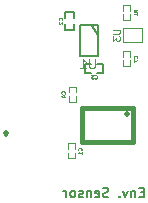
<source format=gbo>
G04 (created by PCBNEW-RS274X (2012-apr-16-27)-stable) date Sat 17 May 2014 12:29:47 BST*
G01*
G70*
G90*
%MOIN*%
G04 Gerber Fmt 3.4, Leading zero omitted, Abs format*
%FSLAX34Y34*%
G04 APERTURE LIST*
%ADD10C,0.006000*%
%ADD11C,0.012000*%
%ADD12C,0.006700*%
%ADD13C,0.015000*%
%ADD14C,0.005000*%
%ADD15C,0.003900*%
%ADD16C,0.003000*%
G04 APERTURE END LIST*
G54D10*
G54D11*
X20945Y-30050D02*
X20973Y-30088D01*
X20945Y-30126D01*
X20916Y-30088D01*
X20945Y-30050D01*
X20945Y-30126D01*
G54D12*
X25533Y-32048D02*
X25428Y-32048D01*
X25383Y-32213D02*
X25533Y-32213D01*
X25533Y-31898D01*
X25383Y-31898D01*
X25248Y-32003D02*
X25248Y-32213D01*
X25248Y-32033D02*
X25233Y-32018D01*
X25203Y-32003D01*
X25158Y-32003D01*
X25128Y-32018D01*
X25113Y-32048D01*
X25113Y-32213D01*
X24993Y-32003D02*
X24918Y-32213D01*
X24843Y-32003D01*
X24723Y-32183D02*
X24708Y-32198D01*
X24723Y-32213D01*
X24738Y-32198D01*
X24723Y-32183D01*
X24723Y-32213D01*
X24348Y-32198D02*
X24303Y-32213D01*
X24228Y-32213D01*
X24198Y-32198D01*
X24183Y-32183D01*
X24168Y-32153D01*
X24168Y-32123D01*
X24183Y-32093D01*
X24198Y-32078D01*
X24228Y-32063D01*
X24288Y-32048D01*
X24318Y-32033D01*
X24333Y-32018D01*
X24348Y-31988D01*
X24348Y-31958D01*
X24333Y-31928D01*
X24318Y-31913D01*
X24288Y-31898D01*
X24213Y-31898D01*
X24168Y-31913D01*
X23913Y-32198D02*
X23943Y-32213D01*
X24003Y-32213D01*
X24033Y-32198D01*
X24048Y-32168D01*
X24048Y-32048D01*
X24033Y-32018D01*
X24003Y-32003D01*
X23943Y-32003D01*
X23913Y-32018D01*
X23898Y-32048D01*
X23898Y-32078D01*
X24048Y-32108D01*
X23763Y-32003D02*
X23763Y-32213D01*
X23763Y-32033D02*
X23748Y-32018D01*
X23718Y-32003D01*
X23673Y-32003D01*
X23643Y-32018D01*
X23628Y-32048D01*
X23628Y-32213D01*
X23493Y-32198D02*
X23463Y-32213D01*
X23403Y-32213D01*
X23373Y-32198D01*
X23358Y-32168D01*
X23358Y-32153D01*
X23373Y-32123D01*
X23403Y-32108D01*
X23448Y-32108D01*
X23478Y-32093D01*
X23493Y-32063D01*
X23493Y-32048D01*
X23478Y-32018D01*
X23448Y-32003D01*
X23403Y-32003D01*
X23373Y-32018D01*
X23178Y-32213D02*
X23208Y-32198D01*
X23223Y-32183D01*
X23238Y-32153D01*
X23238Y-32063D01*
X23223Y-32033D01*
X23208Y-32018D01*
X23178Y-32003D01*
X23133Y-32003D01*
X23103Y-32018D01*
X23088Y-32033D01*
X23073Y-32063D01*
X23073Y-32153D01*
X23088Y-32183D01*
X23103Y-32198D01*
X23133Y-32213D01*
X23178Y-32213D01*
X22938Y-32213D02*
X22938Y-32003D01*
X22938Y-32063D02*
X22923Y-32033D01*
X22908Y-32018D01*
X22878Y-32003D01*
X22848Y-32003D01*
G54D13*
X25178Y-29232D02*
X23486Y-29232D01*
X23486Y-29232D02*
X23486Y-30374D01*
X23486Y-30374D02*
X25178Y-30374D01*
X25178Y-30374D02*
X25178Y-29232D01*
G54D14*
X24001Y-26807D02*
X23801Y-26507D01*
X24001Y-27507D02*
X24001Y-26482D01*
X24001Y-26482D02*
X23401Y-26482D01*
X23401Y-26482D02*
X23401Y-27507D01*
X23401Y-27507D02*
X24001Y-27507D01*
X23978Y-27763D02*
X24178Y-27763D01*
X24178Y-27763D02*
X24178Y-28063D01*
X24178Y-28063D02*
X23978Y-28063D01*
X23778Y-27763D02*
X23578Y-27763D01*
X23578Y-27763D02*
X23578Y-28063D01*
X23578Y-28063D02*
X23778Y-28063D01*
X23220Y-26438D02*
X23220Y-26638D01*
X23220Y-26638D02*
X22920Y-26638D01*
X22920Y-26638D02*
X22920Y-26438D01*
X23220Y-26238D02*
X23220Y-26038D01*
X23220Y-26038D02*
X22920Y-26038D01*
X22920Y-26038D02*
X22920Y-26238D01*
G54D15*
X25472Y-27046D02*
X25472Y-26574D01*
X25472Y-26574D02*
X24842Y-26574D01*
X24842Y-26574D02*
X24842Y-27046D01*
X24842Y-27046D02*
X25472Y-27046D01*
X23228Y-30915D02*
X22992Y-30915D01*
X22992Y-30915D02*
X22992Y-30728D01*
X23228Y-30728D02*
X23228Y-30915D01*
X23228Y-30600D02*
X23228Y-30423D01*
X23228Y-30423D02*
X22992Y-30423D01*
X22992Y-30610D02*
X22992Y-30423D01*
X23033Y-28533D02*
X23269Y-28533D01*
X23269Y-28533D02*
X23269Y-28720D01*
X23033Y-28720D02*
X23033Y-28533D01*
X23033Y-28848D02*
X23033Y-29025D01*
X23033Y-29025D02*
X23269Y-29025D01*
X23269Y-28838D02*
X23269Y-29025D01*
X25079Y-27844D02*
X24843Y-27844D01*
X24843Y-27844D02*
X24843Y-27657D01*
X25079Y-27657D02*
X25079Y-27844D01*
X25079Y-27529D02*
X25079Y-27352D01*
X25079Y-27352D02*
X24843Y-27352D01*
X24843Y-27539D02*
X24843Y-27352D01*
X25079Y-26308D02*
X24843Y-26308D01*
X24843Y-26308D02*
X24843Y-26121D01*
X25079Y-26121D02*
X25079Y-26308D01*
X25079Y-25993D02*
X25079Y-25816D01*
X25079Y-25816D02*
X24843Y-25816D01*
X24843Y-26003D02*
X24843Y-25816D01*
G54D11*
X24982Y-29408D02*
X24954Y-29436D01*
X24982Y-29465D01*
X25011Y-29436D01*
X24982Y-29408D01*
X24982Y-29465D01*
G54D16*
X23891Y-27615D02*
X23891Y-27858D01*
X23876Y-27887D01*
X23862Y-27901D01*
X23833Y-27915D01*
X23776Y-27915D01*
X23748Y-27901D01*
X23733Y-27887D01*
X23719Y-27858D01*
X23719Y-27615D01*
X23419Y-27915D02*
X23591Y-27915D01*
X23505Y-27915D02*
X23505Y-27615D01*
X23534Y-27658D01*
X23562Y-27687D01*
X23591Y-27701D01*
X23898Y-28250D02*
X23904Y-28256D01*
X23921Y-28262D01*
X23932Y-28262D01*
X23949Y-28256D01*
X23961Y-28244D01*
X23966Y-28233D01*
X23972Y-28210D01*
X23972Y-28193D01*
X23966Y-28170D01*
X23961Y-28159D01*
X23949Y-28147D01*
X23932Y-28142D01*
X23921Y-28142D01*
X23904Y-28147D01*
X23898Y-28153D01*
X23858Y-28142D02*
X23784Y-28142D01*
X23824Y-28187D01*
X23806Y-28187D01*
X23795Y-28193D01*
X23789Y-28199D01*
X23784Y-28210D01*
X23784Y-28239D01*
X23789Y-28250D01*
X23795Y-28256D01*
X23806Y-28262D01*
X23841Y-28262D01*
X23852Y-28256D01*
X23858Y-28250D01*
X22807Y-26318D02*
X22813Y-26312D01*
X22819Y-26295D01*
X22819Y-26284D01*
X22813Y-26267D01*
X22801Y-26255D01*
X22790Y-26250D01*
X22767Y-26244D01*
X22750Y-26244D01*
X22727Y-26250D01*
X22716Y-26255D01*
X22704Y-26267D01*
X22699Y-26284D01*
X22699Y-26295D01*
X22704Y-26312D01*
X22710Y-26318D01*
X22710Y-26364D02*
X22704Y-26370D01*
X22699Y-26381D01*
X22699Y-26410D01*
X22704Y-26421D01*
X22710Y-26427D01*
X22721Y-26432D01*
X22733Y-26432D01*
X22750Y-26427D01*
X22819Y-26358D01*
X22819Y-26432D01*
G54D15*
X24505Y-26630D02*
X24696Y-26630D01*
X24718Y-26641D01*
X24729Y-26653D01*
X24741Y-26675D01*
X24741Y-26720D01*
X24729Y-26743D01*
X24718Y-26754D01*
X24696Y-26765D01*
X24505Y-26765D01*
X24505Y-26855D02*
X24505Y-27001D01*
X24594Y-26922D01*
X24594Y-26956D01*
X24606Y-26978D01*
X24617Y-26990D01*
X24639Y-27001D01*
X24696Y-27001D01*
X24718Y-26990D01*
X24729Y-26978D01*
X24741Y-26956D01*
X24741Y-26888D01*
X24729Y-26866D01*
X24718Y-26855D01*
G54D16*
X23447Y-30649D02*
X23453Y-30643D01*
X23459Y-30626D01*
X23459Y-30615D01*
X23453Y-30598D01*
X23441Y-30586D01*
X23430Y-30581D01*
X23407Y-30575D01*
X23390Y-30575D01*
X23367Y-30581D01*
X23356Y-30586D01*
X23344Y-30598D01*
X23339Y-30615D01*
X23339Y-30626D01*
X23344Y-30643D01*
X23350Y-30649D01*
X23459Y-30763D02*
X23459Y-30695D01*
X23459Y-30729D02*
X23339Y-30729D01*
X23356Y-30718D01*
X23367Y-30706D01*
X23373Y-30695D01*
X22888Y-28759D02*
X22894Y-28753D01*
X22900Y-28736D01*
X22900Y-28725D01*
X22894Y-28708D01*
X22882Y-28696D01*
X22871Y-28691D01*
X22848Y-28685D01*
X22831Y-28685D01*
X22808Y-28691D01*
X22797Y-28696D01*
X22785Y-28708D01*
X22780Y-28725D01*
X22780Y-28736D01*
X22785Y-28753D01*
X22791Y-28759D01*
X22820Y-28862D02*
X22900Y-28862D01*
X22774Y-28833D02*
X22860Y-28805D01*
X22860Y-28879D01*
X25298Y-27578D02*
X25304Y-27572D01*
X25310Y-27555D01*
X25310Y-27544D01*
X25304Y-27527D01*
X25292Y-27515D01*
X25281Y-27510D01*
X25258Y-27504D01*
X25241Y-27504D01*
X25218Y-27510D01*
X25207Y-27515D01*
X25195Y-27527D01*
X25190Y-27544D01*
X25190Y-27555D01*
X25195Y-27572D01*
X25201Y-27578D01*
X25190Y-27618D02*
X25190Y-27698D01*
X25310Y-27647D01*
X25310Y-26042D02*
X25252Y-26002D01*
X25310Y-25974D02*
X25190Y-25974D01*
X25190Y-26019D01*
X25195Y-26031D01*
X25201Y-26036D01*
X25212Y-26042D01*
X25230Y-26042D01*
X25241Y-26036D01*
X25247Y-26031D01*
X25252Y-26019D01*
X25252Y-25974D01*
X25310Y-26156D02*
X25310Y-26088D01*
X25310Y-26122D02*
X25190Y-26122D01*
X25207Y-26111D01*
X25218Y-26099D01*
X25224Y-26088D01*
M02*

</source>
